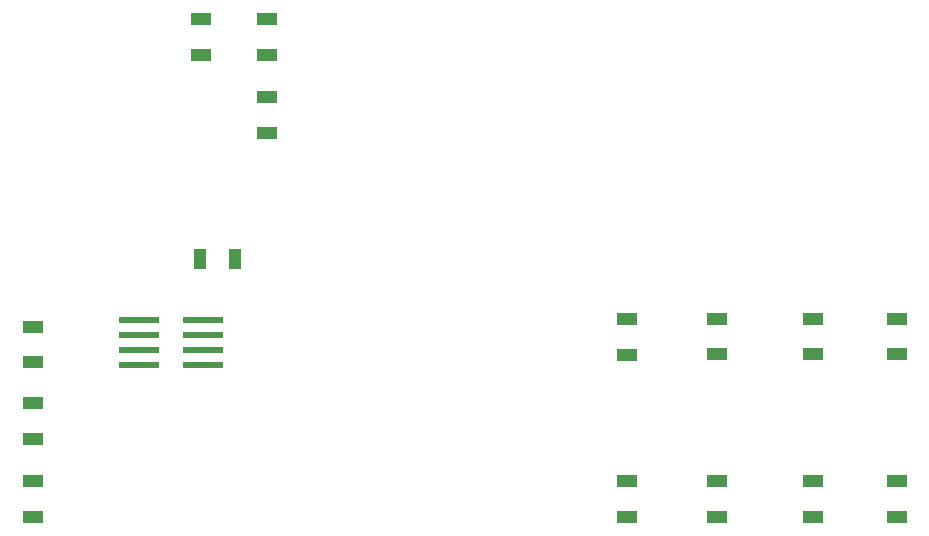
<source format=gtp>
G04*
G04 #@! TF.GenerationSoftware,Altium Limited,Altium Designer,21.1.1 (26)*
G04*
G04 Layer_Color=8421504*
%FSLAX25Y25*%
%MOIN*%
G70*
G04*
G04 #@! TF.SameCoordinates,E00B1EB5-E982-4F3D-9705-A7A521AA3BB6*
G04*
G04*
G04 #@! TF.FilePolarity,Positive*
G04*
G01*
G75*
%ADD19R,0.13386X0.02362*%
%ADD20R,0.07100X0.04400*%
%ADD21R,0.04400X0.07100*%
D19*
X57370Y79500D02*
D03*
Y74500D02*
D03*
Y69500D02*
D03*
Y64500D02*
D03*
X78630D02*
D03*
Y69500D02*
D03*
Y74500D02*
D03*
Y79500D02*
D03*
D20*
X310000Y14100D02*
D03*
Y25900D02*
D03*
X282000Y14100D02*
D03*
Y25900D02*
D03*
X250000Y14100D02*
D03*
Y25900D02*
D03*
X220000Y14100D02*
D03*
Y25900D02*
D03*
X22000Y40100D02*
D03*
Y51900D02*
D03*
Y65500D02*
D03*
Y77300D02*
D03*
X100000Y142100D02*
D03*
Y153900D02*
D03*
Y179900D02*
D03*
Y168100D02*
D03*
X310000Y80000D02*
D03*
Y68200D02*
D03*
X282000Y80000D02*
D03*
Y68200D02*
D03*
X250000Y80000D02*
D03*
Y68200D02*
D03*
X220000Y79900D02*
D03*
Y68100D02*
D03*
X22000Y25900D02*
D03*
Y14100D02*
D03*
X78000Y179900D02*
D03*
Y168100D02*
D03*
D21*
X77600Y100000D02*
D03*
X89400D02*
D03*
M02*

</source>
